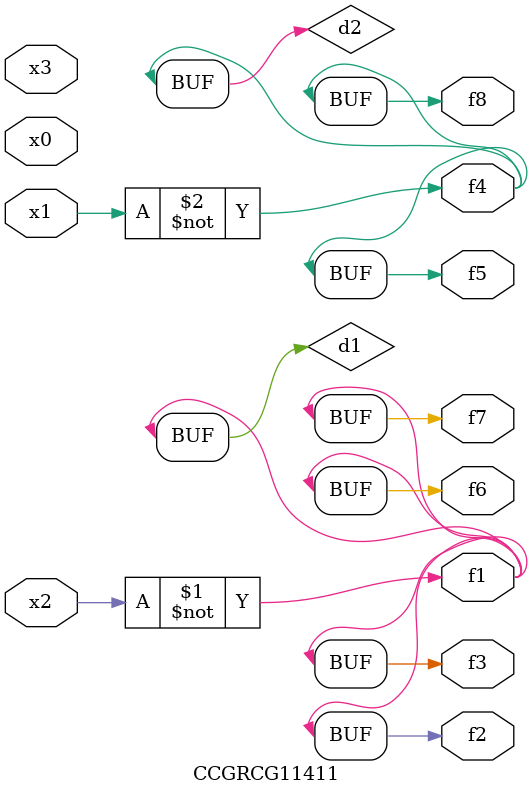
<source format=v>
module CCGRCG11411(
	input x0, x1, x2, x3,
	output f1, f2, f3, f4, f5, f6, f7, f8
);

	wire d1, d2;

	xnor (d1, x2);
	not (d2, x1);
	assign f1 = d1;
	assign f2 = d1;
	assign f3 = d1;
	assign f4 = d2;
	assign f5 = d2;
	assign f6 = d1;
	assign f7 = d1;
	assign f8 = d2;
endmodule

</source>
